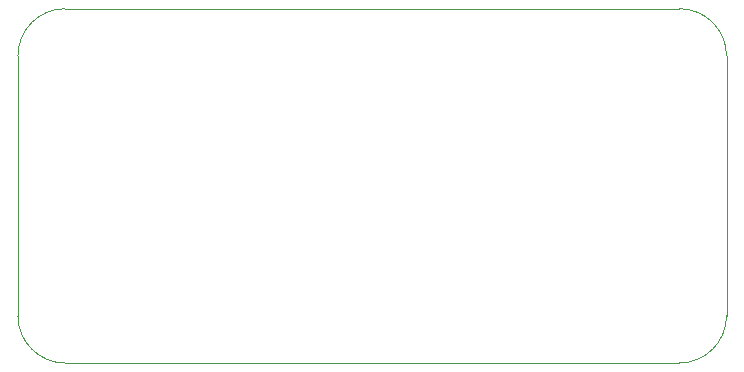
<source format=gbr>
%TF.GenerationSoftware,Altium Limited,Altium Designer,22.11.1 (43)*%
G04 Layer_Color=0*
%FSLAX45Y45*%
%MOMM*%
%TF.SameCoordinates,F25CF00E-CD35-404E-9013-36C82019CF52*%
%TF.FilePolarity,Positive*%
%TF.FileFunction,Profile,NP*%
%TF.Part,Single*%
G01*
G75*
%TA.AperFunction,Profile*%
%ADD66C,0.02540*%
D66*
X0Y400000D02*
Y2600000D01*
D02*
G02*
X400000Y3000000I400000J0D01*
G01*
X5600000Y3000000D01*
D02*
G02*
X6000000Y2600000I-0J-400000D01*
G01*
Y400000D01*
D02*
G02*
X5600000Y0I-400000J0D01*
G01*
X400000D01*
D02*
G02*
X0Y400000I0J400000D01*
G01*
%TF.MD5,df2104b5d2f534a38ea7473fcaa4a4d6*%
M02*

</source>
